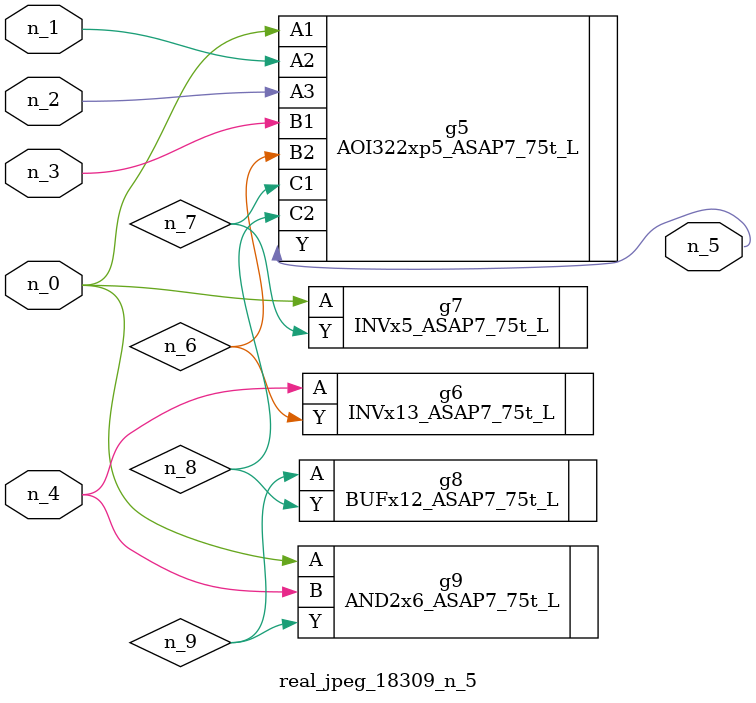
<source format=v>
module real_jpeg_18309_n_5 (n_4, n_0, n_1, n_2, n_3, n_5);

input n_4;
input n_0;
input n_1;
input n_2;
input n_3;

output n_5;

wire n_8;
wire n_6;
wire n_7;
wire n_9;

AOI322xp5_ASAP7_75t_L g5 ( 
.A1(n_0),
.A2(n_1),
.A3(n_2),
.B1(n_3),
.B2(n_6),
.C1(n_7),
.C2(n_8),
.Y(n_5)
);

INVx5_ASAP7_75t_L g7 ( 
.A(n_0),
.Y(n_7)
);

AND2x6_ASAP7_75t_L g9 ( 
.A(n_0),
.B(n_4),
.Y(n_9)
);

INVx13_ASAP7_75t_L g6 ( 
.A(n_4),
.Y(n_6)
);

BUFx12_ASAP7_75t_L g8 ( 
.A(n_9),
.Y(n_8)
);


endmodule
</source>
